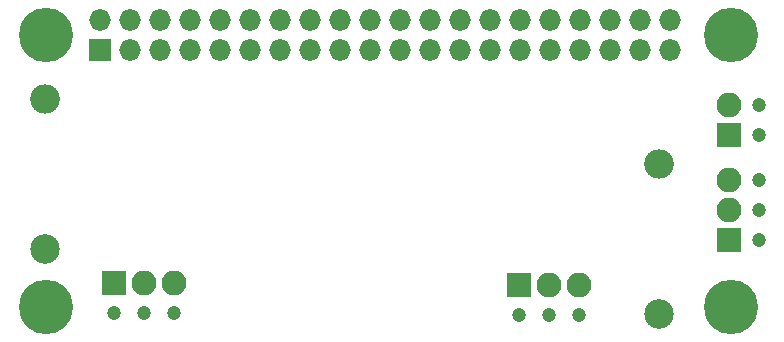
<source format=gbs>
G04 #@! TF.FileFunction,Soldermask,Bot*
%FSLAX46Y46*%
G04 Gerber Fmt 4.6, Leading zero omitted, Abs format (unit mm)*
G04 Created by KiCad (PCBNEW 4.0.7-e2-6376~61~ubuntu18.04.1) date Sat Apr  6 21:01:49 2019*
%MOMM*%
%LPD*%
G01*
G04 APERTURE LIST*
%ADD10C,0.100000*%
%ADD11O,2.100580X2.100580*%
%ADD12R,2.100580X2.100580*%
%ADD13C,1.201600*%
%ADD14C,2.501600*%
%ADD15O,2.501600X2.501600*%
%ADD16C,4.601600*%
%ADD17R,1.828800X1.828800*%
%ADD18O,1.828800X1.828800*%
G04 APERTURE END LIST*
D10*
D11*
X164690000Y-101310000D03*
D12*
X164690000Y-106390000D03*
D11*
X164690000Y-103850000D03*
D13*
X167230000Y-106390000D03*
X167230000Y-103850000D03*
X167230000Y-101310000D03*
D11*
X164690000Y-94950000D03*
D12*
X164690000Y-97490000D03*
D13*
X167230000Y-97490000D03*
X167230000Y-94950000D03*
D11*
X152050000Y-110150000D03*
D12*
X146970000Y-110150000D03*
D11*
X149510000Y-110150000D03*
D13*
X146970000Y-112690000D03*
X149510000Y-112690000D03*
X152050000Y-112690000D03*
D11*
X117754800Y-109979200D03*
D12*
X112674800Y-109979200D03*
D11*
X115214800Y-109979200D03*
D13*
X112674800Y-112519200D03*
X115214800Y-112519200D03*
X117754800Y-112519200D03*
D14*
X106832800Y-107109000D03*
D15*
X106832800Y-94409000D03*
D14*
X158790000Y-112590000D03*
D15*
X158790000Y-99890000D03*
D16*
X164891100Y-88993600D03*
X164891100Y-111993600D03*
X106891100Y-111993600D03*
D17*
X111491100Y-90293600D03*
D18*
X111491100Y-87753600D03*
X114031100Y-90293600D03*
X114031100Y-87753600D03*
X116571100Y-90293600D03*
X116571100Y-87753600D03*
X119111100Y-90293600D03*
X119111100Y-87753600D03*
X121651100Y-90293600D03*
X121651100Y-87753600D03*
X124191100Y-90293600D03*
X124191100Y-87753600D03*
X126731100Y-90293600D03*
X126731100Y-87753600D03*
X129271100Y-90293600D03*
X129271100Y-87753600D03*
X131811100Y-90293600D03*
X131811100Y-87753600D03*
X134351100Y-90293600D03*
X134351100Y-87753600D03*
X136891100Y-90293600D03*
X136891100Y-87753600D03*
X139431100Y-90293600D03*
X139431100Y-87753600D03*
X141971100Y-90293600D03*
X141971100Y-87753600D03*
X144511100Y-90293600D03*
X144511100Y-87753600D03*
X147051100Y-90293600D03*
X147051100Y-87753600D03*
X149591100Y-90293600D03*
X149591100Y-87753600D03*
X152131100Y-90293600D03*
X152131100Y-87753600D03*
X154671100Y-90293600D03*
X154671100Y-87753600D03*
X157211100Y-90293600D03*
X157211100Y-87753600D03*
X159751100Y-90293600D03*
X159751100Y-87753600D03*
D16*
X106891100Y-88993600D03*
M02*

</source>
